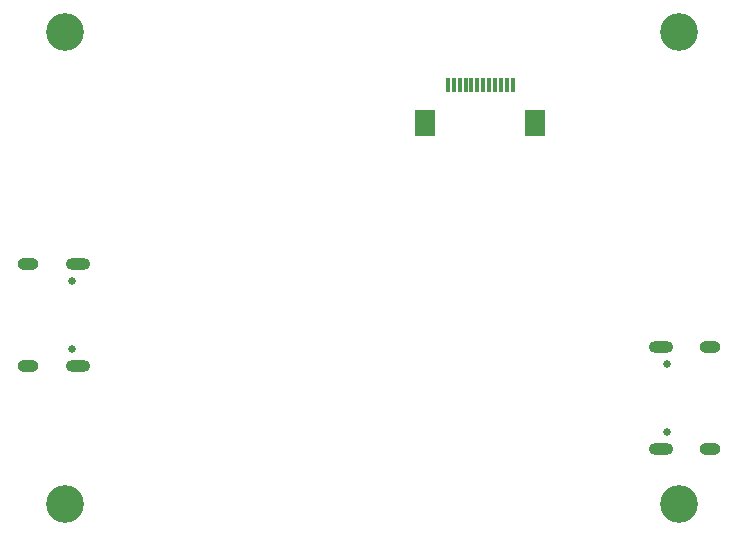
<source format=gbr>
%TF.GenerationSoftware,KiCad,Pcbnew,8.0.6*%
%TF.CreationDate,2025-04-13T21:58:39+09:00*%
%TF.ProjectId,PdSinkInspector,50645369-6e6b-4496-9e73-706563746f72,rev?*%
%TF.SameCoordinates,Original*%
%TF.FileFunction,Soldermask,Bot*%
%TF.FilePolarity,Negative*%
%FSLAX46Y46*%
G04 Gerber Fmt 4.6, Leading zero omitted, Abs format (unit mm)*
G04 Created by KiCad (PCBNEW 8.0.6) date 2025-04-13 21:58:39*
%MOMM*%
%LPD*%
G01*
G04 APERTURE LIST*
%ADD10R,0.300000X1.300000*%
%ADD11R,1.800000X2.200000*%
%ADD12C,3.200000*%
%ADD13C,0.650000*%
%ADD14O,2.100000X1.000000*%
%ADD15O,1.800000X1.000000*%
G04 APERTURE END LIST*
D10*
%TO.C,J2*%
X142950000Y-70500000D03*
X142450000Y-70500000D03*
X141950000Y-70500000D03*
X141450000Y-70500000D03*
X140950000Y-70500000D03*
X140450000Y-70500000D03*
X139950000Y-70500000D03*
X139450000Y-70500000D03*
X138950000Y-70500000D03*
X138450000Y-70500000D03*
X137950000Y-70500000D03*
X137450000Y-70500000D03*
D11*
X144850000Y-73750000D03*
X135550000Y-73750000D03*
%TD*%
D12*
%TO.C,H3*%
X105000000Y-66000000D03*
%TD*%
%TO.C,H1*%
X157000000Y-106000000D03*
%TD*%
%TO.C,H4*%
X105000000Y-106000000D03*
%TD*%
%TO.C,H2*%
X157000000Y-66000000D03*
%TD*%
D13*
%TO.C,J3*%
X105605000Y-87110000D03*
X105605000Y-92890000D03*
D14*
X106125000Y-85680000D03*
D15*
X101925000Y-85680000D03*
D14*
X106125000Y-94320000D03*
D15*
X101925000Y-94320000D03*
%TD*%
%TO.C,J1*%
X159680000Y-92680000D03*
D14*
X155480000Y-92680000D03*
D15*
X159680000Y-101320000D03*
D14*
X155480000Y-101320000D03*
D13*
X156000000Y-94110000D03*
X156000000Y-99890000D03*
%TD*%
M02*

</source>
